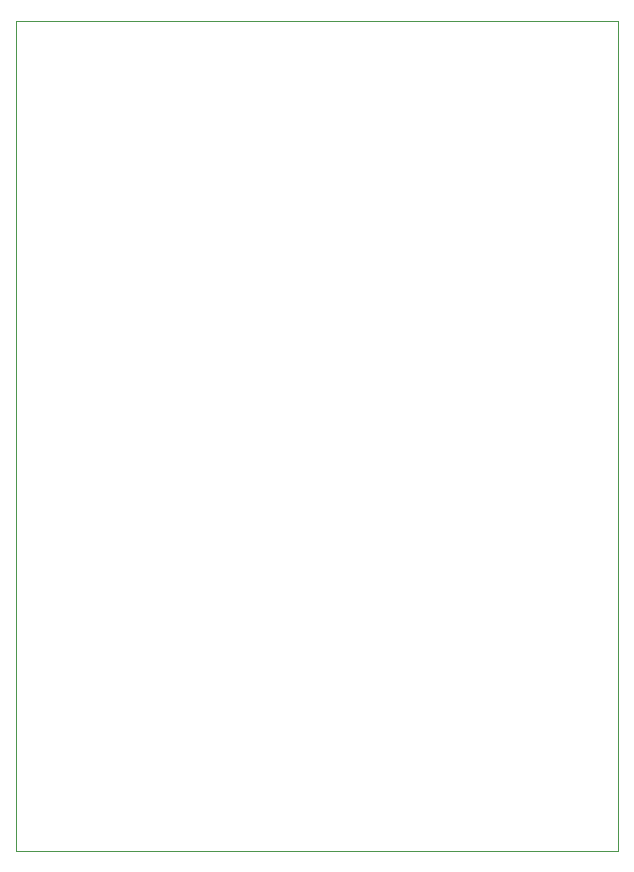
<source format=gm1>
G04 #@! TF.GenerationSoftware,KiCad,Pcbnew,(6.0.8-1)-1*
G04 #@! TF.CreationDate,2022-11-13T23:51:15-06:00*
G04 #@! TF.ProjectId,BlocksBreadboard,426c6f63-6b73-4427-9265-6164626f6172,rev?*
G04 #@! TF.SameCoordinates,Original*
G04 #@! TF.FileFunction,Profile,NP*
%FSLAX46Y46*%
G04 Gerber Fmt 4.6, Leading zero omitted, Abs format (unit mm)*
G04 Created by KiCad (PCBNEW (6.0.8-1)-1) date 2022-11-13 23:51:15*
%MOMM*%
%LPD*%
G01*
G04 APERTURE LIST*
G04 #@! TA.AperFunction,Profile*
%ADD10C,0.100000*%
G04 #@! TD*
G04 APERTURE END LIST*
D10*
X120536190Y-44704000D02*
X171563810Y-44704000D01*
X171563810Y-44704000D02*
X171563810Y-114962521D01*
X171563810Y-114962521D02*
X120536190Y-114962521D01*
X120536190Y-114962521D02*
X120536190Y-44704000D01*
M02*

</source>
